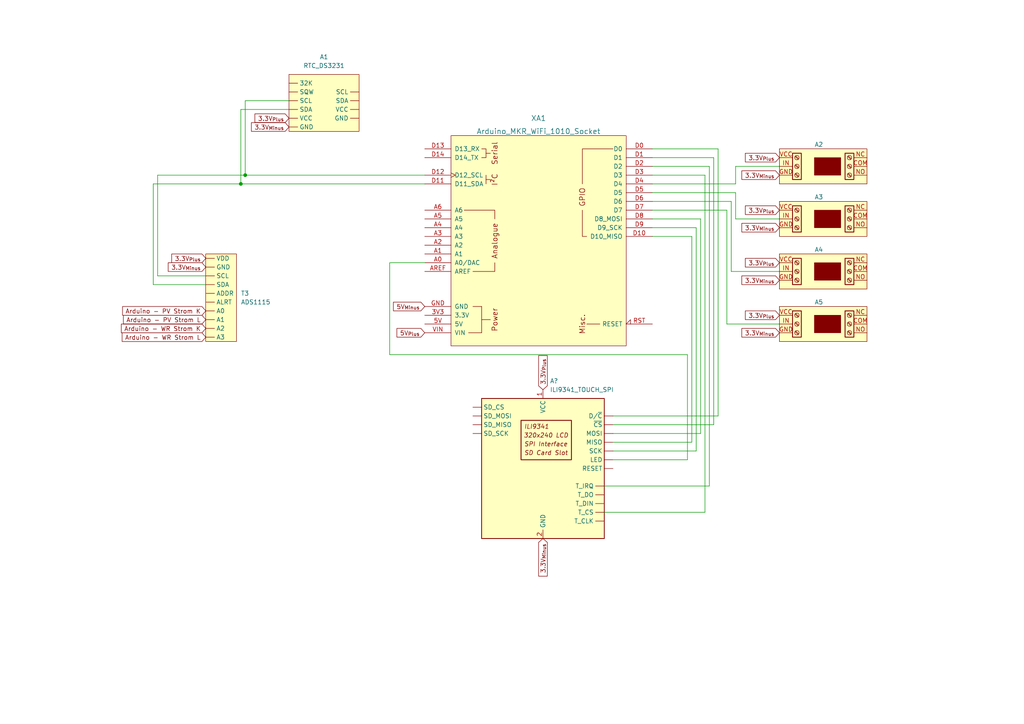
<source format=kicad_sch>
(kicad_sch (version 20211123) (generator eeschema)
  (paper "A4")
  (lib_symbols
    (symbol "AlexanderTonnLib:ADS1115"
      (property "Reference" "T" (at 0 0 0))
      (property "Value" "ADS1115" (at 0 0 0))
      (symbol "ADS1115_0_1"
        (rectangle (start 0 -1.27) (end 8.89 -26.67) (fill (type background)))
      )
      (symbol "ADS1115_1_1"
        (pin passive line (at 0 -17.78 0) (length 2.54) (name "A0") (number ""))
        (pin passive line (at 0 -20.32 0) (length 2.54) (name "A1") (number ""))
        (pin passive line (at 0 -22.86 0) (length 2.54) (name "A2") (number ""))
        (pin passive line (at 0 -25.4 0) (length 2.54) (name "A3") (number ""))
        (pin passive line (at 0 -12.7 0) (length 2.54) (name "ADDR") (number ""))
        (pin passive line (at 0 -15.24 0) (length 2.54) (name "ALRT") (number ""))
        (pin power_in line (at 0 -5.08 0) (length 2.54) (name "GND") (number ""))
        (pin bidirectional line (at 0 -7.62 0) (length 2.54) (name "SCL") (number ""))
        (pin bidirectional line (at 0 -10.16 0) (length 2.54) (name "SDA") (number ""))
        (pin power_in line (at 0 -2.54 0) (length 2.54) (name "VDD") (number ""))
      )
    )
    (symbol "AlexanderTonnLib:ILI9341_TOUCH_SPI"
      (property "Reference" "A" (at 0 -5.08 0))
      (property "Value" "ILI9341_TOUCH_SPI" (at 7.62 -7.62 0))
      (symbol "ILI9341_TOUCH_SPI_0_0"
        (text "320x240 LCD" (at 18.669 -20.828 0) (effects (font (size 1.27 1.27) italic)))
        (text "ILI9341" (at 12.319 -18.288 0) (effects (font (size 1.27 1.27) italic) (justify left)))
        (text "SD Card Slot" (at 12.319 -25.908 0) (effects (font (size 1.27 1.27) italic) (justify left)))
        (text "SPI Interface" (at 12.319 -23.368 0) (effects (font (size 1.27 1.27) italic) (justify left)))
      )
      (symbol "ILI9341_TOUCH_SPI_0_1"
        (rectangle (start 0 -10.16) (end 35.56 -50.8) (stroke (width 0.254)) (fill (type background)))
        (rectangle (start 11.43 -16.51) (end 26.035 -27.94) (stroke (width 0.254)))
      )
      (symbol "ILI9341_TOUCH_SPI_1_1"
        (pin input line (at 38.1 -15.24 180) (length 2.54) (name "D/~{C}") (number ""))
        (pin input line (at 38.1 -27.94 180) (length 2.54) (name "LED") (number ""))
        (pin output line (at 38.1 -22.86 180) (length 2.54) (name "MISO") (number ""))
        (pin input line (at 38.1 -20.32 180) (length 2.54) (name "MOSI") (number ""))
        (pin input line (at 38.1 -30.48 180) (length 2.54) (name "RESET") (number ""))
        (pin input line (at 38.1 -25.4 180) (length 2.54) (name "SCK") (number ""))
        (pin input line (at -2.54 -12.7 0) (length 2.54) (name "SD_CS") (number ""))
        (pin output line (at -2.54 -17.78 0) (length 2.54) (name "SD_MISO") (number ""))
        (pin input line (at -2.54 -15.24 0) (length 2.54) (name "SD_MOSI") (number ""))
        (pin input line (at -2.54 -20.32 0) (length 2.54) (name "SD_SCK") (number ""))
        (pin input line (at 35.56 -45.72 180) (length 2.54) (name "T_CLK") (number ""))
        (pin input line (at 35.56 -43.18 180) (length 2.54) (name "T_CS") (number ""))
        (pin input line (at 35.56 -40.64 180) (length 2.54) (name "T_DIN") (number ""))
        (pin input line (at 35.56 -38.1 180) (length 2.54) (name "T_DO") (number ""))
        (pin input line (at 35.56 -35.56 180) (length 2.54) (name "T_IRQ") (number ""))
        (pin input line (at 38.1 -17.78 180) (length 2.54) (name "~{CS}") (number ""))
        (pin power_in line (at 17.78 -7.62 270) (length 2.54) (name "VCC") (number "1"))
        (pin power_in line (at 17.78 -50.8 90) (length 2.54) (name "GND") (number "2"))
      )
    )
    (symbol "AlexanderTonnLib:RTC_DS3231"
      (property "Reference" "A" (at 0 1.27 0))
      (property "Value" "RTC_DS3231" (at 5.08 -1.27 0))
      (symbol "RTC_DS3231_0_0"
        (rectangle (start 0 -2.54) (end 20.32 -19.05) (fill (type background)))
        (text "" (at 3.81 -12.7 0) (effects (font (size 1.27 1.27))))
        (text "" (at 16.51 -15.24 0) (effects (font (size 1.27 1.27))))
      )
      (symbol "RTC_DS3231_1_1"
        (pin bidirectional line (at 0 -5.08 0) (length 2.54) (name "32K") (number ""))
        (pin power_in line (at 0 -17.78 0) (length 2.54) (name "GND") (number ""))
        (pin power_in line (at 20.32 -15.24 180) (length 2.54) (name "GND") (number ""))
        (pin bidirectional line (at 0 -10.16 0) (length 2.54) (name "SCL") (number ""))
        (pin bidirectional line (at 20.32 -7.62 180) (length 2.54) (name "SCL") (number ""))
        (pin bidirectional line (at 0 -12.7 0) (length 2.54) (name "SDA") (number ""))
        (pin bidirectional line (at 20.32 -10.16 180) (length 2.54) (name "SDA") (number ""))
        (pin bidirectional line (at 0 -7.62 0) (length 2.54) (name "SQW") (number ""))
        (pin power_in line (at 0 -15.24 0) (length 2.54) (name "VCC") (number ""))
        (pin power_in line (at 20.32 -12.7 180) (length 2.54) (name "VCC") (number ""))
      )
    )
    (symbol "AlexanderTonnLib:Relay_Module"
      (property "Reference" "A" (at 12.7 -2.54 0))
      (property "Value" "Relay_Module" (at 17.78 -5.08 0))
      (symbol "Relay_Module_0_1"
        (rectangle (start 0 -2.54) (end 10.16 -27.94) (fill (type background)))
        (rectangle (start 2.54 -12.7) (end 7.62 -20.32) (fill (type outline)))
      )
      (symbol "Relay_Module_1_1"
        (polyline (pts (xy 2.032 -23.2156) (xy 2.8702 -22.352)) (stroke (width 0.1524)))
        (polyline (pts (xy 2.2098 -23.3934) (xy 3.048 -22.5298)) (stroke (width 0.1524)))
        (polyline (pts (xy 2.8702 -7.0866) (xy 2.032 -7.9502)) (stroke (width 0.1524)))
        (polyline (pts (xy 3.048 -7.2644) (xy 2.2098 -8.128)) (stroke (width 0.1524)))
        (polyline (pts (xy 4.572 -23.2156) (xy 5.4102 -22.352)) (stroke (width 0.1524)))
        (polyline (pts (xy 4.7498 -23.3934) (xy 5.588 -22.5298)) (stroke (width 0.1524)))
        (polyline (pts (xy 5.4102 -7.0866) (xy 4.572 -7.9502)) (stroke (width 0.1524)))
        (polyline (pts (xy 5.588 -7.2644) (xy 4.7498 -8.128)) (stroke (width 0.1524)))
        (polyline (pts (xy 7.112 -23.2156) (xy 7.9502 -22.352)) (stroke (width 0.1524)))
        (polyline (pts (xy 7.2898 -23.3934) (xy 8.128 -22.5298)) (stroke (width 0.1524)))
        (polyline (pts (xy 7.9502 -7.0866) (xy 7.112 -7.9502)) (stroke (width 0.1524)))
        (polyline (pts (xy 8.128 -7.2644) (xy 7.2898 -8.128)) (stroke (width 0.1524)))
        (rectangle (start 1.27 -24.13) (end 8.89 -21.59) (stroke (width 0.254)) (fill (type background)))
        (circle (center 2.54 -22.86) (radius 0.635) (stroke (width 0.1524)))
        (circle (center 2.54 -7.62) (radius 0.635) (stroke (width 0.1524)))
        (circle (center 5.08 -22.86) (radius 0.635) (stroke (width 0.1524)))
        (circle (center 5.08 -7.62) (radius 0.635) (stroke (width 0.1524)))
        (circle (center 7.62 -22.86) (radius 0.635) (stroke (width 0.1524)))
        (circle (center 7.62 -7.62) (radius 0.635) (stroke (width 0.1524)))
        (rectangle (start 8.89 -6.35) (end 1.27 -8.89) (stroke (width 0.254)) (fill (type background)))
        (pin passive line (at 5.08 -27.94 90) (length 3.81) (name "") (number "COM"))
        (pin power_in line (at 2.54 -2.54 270) (length 3.81) (name "") (number "GND"))
        (pin input line (at 5.08 -2.54 270) (length 3.81) (name "") (number "IN"))
        (pin bidirectional line (at 7.62 -27.94 90) (length 3.81) (name "") (number "NC"))
        (pin bidirectional line (at 2.54 -27.94 90) (length 3.81) (name "") (number "NO"))
        (pin power_in line (at 7.62 -2.54 270) (length 3.81) (name "") (number "VCC"))
      )
    )
    (symbol "Arduino Lib:Arduino_MKR_WiFi_1010_Socket" (pin_names (offset 1.016))
      (property "Reference" "XA" (at 2.54 0 90))
      (property "Value" "Arduino_MKR_WiFi_1010_Socket" (at -2.54 0 90))
      (symbol "Arduino_MKR_WiFi_1010_Socket_0_0"
        (rectangle (start -25.4 30.48) (end 25.4 -30.48) (fill (type background)))
        (rectangle (start -20.32 -26.67) (end -16.51 -26.67))
        (rectangle (start -19.05 -19.05) (end -16.51 -19.05))
        (rectangle (start -16.51 -22.86) (end -13.97 -22.86))
        (polyline (pts (xy -16.51 -19.05) (xy -16.51 -26.67)))
        (polyline (pts (xy -15.24 25.4) (xy -13.97 25.4)))
        (polyline (pts (xy -12.7 -6.35) (xy -12.7 -8.89) (xy -19.05 -8.89)))
        (polyline (pts (xy -12.7 6.35) (xy -12.7 8.89) (xy -21.59 8.89)))
        (polyline (pts (xy 12.7 8.89) (xy 12.7 1.27) (xy 13.97 1.27)))
        (polyline (pts (xy 12.7 16.51) (xy 12.7 26.67) (xy 21.59 26.67)))
        (polyline (pts (xy -16.51 26.67) (xy -15.24 26.67) (xy -15.24 24.13) (xy -16.51 24.13)))
        (rectangle (start 13.97 -24.13) (end 17.78 -24.13))
        (text "Analogue" (at -12.7 0 900) (effects (font (size 1.524 1.524))))
        (text "I²C" (at -12.7 17.78 900) (effects (font (size 1.524 1.524))))
        (text "Misc." (at 12.7 -24.13 900) (effects (font (size 1.524 1.524))))
        (text "Power" (at -12.7 -22.86 900) (effects (font (size 1.524 1.524))))
        (text "Serial" (at -12.7 25.4 900) (effects (font (size 1.524 1.524))))
      )
      (symbol "Arduino_MKR_WiFi_1010_Socket_0_1"
        (polyline (pts (xy -15.24 16.51) (xy -15.24 19.05)))
        (polyline (pts (xy -15.24 17.78) (xy -13.97 17.78)))
      )
      (symbol "Arduino_MKR_WiFi_1010_Socket_1_0"
        (text "GPIO" (at 12.7 12.7 900) (effects (font (size 1.524 1.524))))
      )
      (symbol "Arduino_MKR_WiFi_1010_Socket_1_1"
        (pin power_in line (at -33.02 -21.59 0) (length 7.62) (name "3.3V") (number "3V3"))
        (pin power_in line (at -33.02 -24.13 0) (length 7.62) (name "5V") (number "5V"))
        (pin bidirectional line (at -33.02 -6.35 0) (length 7.62) (name "A0/DAC") (number "A0"))
        (pin bidirectional line (at -33.02 -3.81 0) (length 7.62) (name "A1") (number "A1"))
        (pin bidirectional line (at -33.02 -1.27 0) (length 7.62) (name "A2") (number "A2"))
        (pin bidirectional line (at -33.02 1.27 0) (length 7.62) (name "A3") (number "A3"))
        (pin bidirectional line (at -33.02 3.81 0) (length 7.62) (name "A4") (number "A4"))
        (pin bidirectional line (at -33.02 6.35 0) (length 7.62) (name "A5") (number "A5"))
        (pin bidirectional line (at -33.02 8.89 0) (length 7.62) (name "A6") (number "A6"))
        (pin input line (at -33.02 -8.89 0) (length 7.62) (name "AREF") (number "AREF"))
        (pin bidirectional line (at 33.02 26.67 180) (length 7.62) (name "D0") (number "D0"))
        (pin bidirectional line (at 33.02 24.13 180) (length 7.62) (name "D1") (number "D1"))
        (pin bidirectional line (at 33.02 1.27 180) (length 7.62) (name "D10_MISO") (number "D10"))
        (pin bidirectional line (at -33.02 16.51 0) (length 7.62) (name "D11_SDA") (number "D11"))
        (pin bidirectional clock (at -33.02 19.05 0) (length 7.62) (name "D12_SCL") (number "D12"))
        (pin bidirectional line (at -33.02 26.67 0) (length 7.62) (name "D13_RX") (number "D13"))
        (pin bidirectional line (at -33.02 24.13 0) (length 7.62) (name "D14_TX") (number "D14"))
        (pin bidirectional line (at 33.02 21.59 180) (length 7.62) (name "D2") (number "D2"))
        (pin bidirectional line (at 33.02 19.05 180) (length 7.62) (name "D3") (number "D3"))
        (pin bidirectional line (at 33.02 16.51 180) (length 7.62) (name "D4") (number "D4"))
        (pin bidirectional line (at 33.02 13.97 180) (length 7.62) (name "D5") (number "D5"))
        (pin bidirectional line (at 33.02 11.43 180) (length 7.62) (name "D6") (number "D6"))
        (pin bidirectional line (at 33.02 8.89 180) (length 7.62) (name "D7") (number "D7"))
        (pin bidirectional line (at 33.02 6.35 180) (length 7.62) (name "D8_MOSI") (number "D8"))
        (pin bidirectional line (at 33.02 3.81 180) (length 7.62) (name "D9_SCK") (number "D9"))
        (pin power_in line (at -33.02 -19.05 0) (length 7.62) (name "GND") (number "GND"))
        (pin open_collector input_low (at 33.02 -24.13 180) (length 7.62) (name "RESET") (number "RST"))
        (pin power_in line (at -33.02 -26.67 0) (length 7.62) (name "VIN") (number "VIN"))
      )
    )
  )
  (junction (at 69.85 53.34))
  (junction (at 71.12 50.8))
  (wire (pts (xy 213.36 53.34) (xy 189.23 53.34)))
  (wire (pts (xy 69.85 31.75) (xy 69.85 53.34)))
  (wire (pts (xy 69.85 53.34) (xy 123.19 53.34)))
  (wire (pts (xy 208.28 120.65) (xy 208.28 43.18)))
  (wire (pts (xy 113.03 76.2) (xy 113.03 102.87)))
  (wire (pts (xy 210.82 60.96) (xy 189.23 60.96)))
  (wire (pts (xy 204.47 50.8) (xy 189.23 50.8)))
  (wire (pts (xy 200.66 128.27) (xy 200.66 68.58)))
  (wire (pts (xy 45.72 80.01) (xy 45.72 50.8)))
  (wire (pts (xy 177.8 123.19) (xy 207.01 123.19)))
  (wire (pts (xy 213.36 48.26) (xy 213.36 53.34)))
  (wire (pts (xy 177.8 125.73) (xy 203.2 125.73)))
  (wire (pts (xy 177.8 128.27) (xy 200.66 128.27)))
  (wire (pts (xy 208.28 43.18) (xy 189.23 43.18)))
  (wire (pts (xy 175.26 140.97) (xy 205.74 140.97)))
  (wire (pts (xy 203.2 125.73) (xy 203.2 63.5)))
  (wire (pts (xy 123.19 50.8) (xy 71.12 50.8)))
  (wire (pts (xy 200.66 68.58) (xy 189.23 68.58)))
  (wire (pts (xy 205.74 140.97) (xy 205.74 48.26)))
  (wire (pts (xy 201.93 130.81) (xy 201.93 66.04)))
  (wire (pts (xy 45.72 50.8) (xy 71.12 50.8)))
  (wire (pts (xy 212.09 58.42) (xy 189.23 58.42)))
  (wire (pts (xy 210.82 93.98) (xy 210.82 60.96)))
  (wire (pts (xy 226.06 63.5) (xy 213.36 63.5)))
  (wire (pts (xy 177.8 130.81) (xy 201.93 130.81)))
  (wire (pts (xy 175.26 148.59) (xy 204.47 148.59)))
  (wire (pts (xy 71.12 29.21) (xy 83.82 29.21)))
  (wire (pts (xy 226.06 48.26) (xy 213.36 48.26)))
  (wire (pts (xy 44.45 53.34) (xy 69.85 53.34)))
  (wire (pts (xy 199.39 133.35) (xy 177.8 133.35)))
  (wire (pts (xy 207.01 123.19) (xy 207.01 45.72)))
  (wire (pts (xy 201.93 66.04) (xy 189.23 66.04)))
  (wire (pts (xy 207.01 45.72) (xy 189.23 45.72)))
  (wire (pts (xy 44.45 82.55) (xy 44.45 53.34)))
  (wire (pts (xy 123.19 76.2) (xy 113.03 76.2)))
  (wire (pts (xy 213.36 63.5) (xy 213.36 55.88)))
  (wire (pts (xy 83.82 31.75) (xy 69.85 31.75)))
  (wire (pts (xy 204.47 148.59) (xy 204.47 50.8)))
  (wire (pts (xy 59.69 82.55) (xy 44.45 82.55)))
  (wire (pts (xy 205.74 48.26) (xy 189.23 48.26)))
  (wire (pts (xy 213.36 55.88) (xy 189.23 55.88)))
  (wire (pts (xy 71.12 50.8) (xy 71.12 29.21)))
  (wire (pts (xy 113.03 102.87) (xy 199.39 102.87)))
  (wire (pts (xy 226.06 78.74) (xy 212.09 78.74)))
  (wire (pts (xy 212.09 78.74) (xy 212.09 58.42)))
  (wire (pts (xy 203.2 63.5) (xy 189.23 63.5)))
  (wire (pts (xy 226.06 93.98) (xy 210.82 93.98)))
  (wire (pts (xy 59.69 80.01) (xy 45.72 80.01)))
  (wire (pts (xy 199.39 102.87) (xy 199.39 133.35)))
  (wire (pts (xy 177.8 120.65) (xy 208.28 120.65)))
  (global_label "3.3V_{Plus}" (shape input) (at 226.06 60.96 180) (property "Intersheet References" "${INTERSHEET_REFS}" (effects hide)))
  (global_label "3.3V_{Plus}" (shape input) (at 226.06 91.44 180) (property "Intersheet References" "${INTERSHEET_REFS}" (effects hide)))
  (global_label "Arduino - WR Strom L" (shape input) (at 59.69 97.79 180) (property "Intersheet References" "${INTERSHEET_REFS}" (effects hide)))
  (global_label "3.3V_{Plus}" (shape input) (at 226.06 45.72 180) (property "Intersheet References" "${INTERSHEET_REFS}" (effects hide)))
  (global_label "Arduino - PV Strom L" (shape input) (at 59.69 92.71 180) (property "Intersheet References" "${INTERSHEET_REFS}" (effects hide)))
  (global_label "3.3V_{Minus}" (shape input) (at 59.69 77.47 180) (property "Intersheet References" "${INTERSHEET_REFS}" (effects hide)))
  (global_label "3.3V_{Minus}" (shape input) (at 226.06 50.8 180) (property "Intersheet References" "${INTERSHEET_REFS}" (effects hide)))
  (global_label "5V_{Minus}" (shape input) (at 123.19 88.9 180) (property "Intersheet References" "${INTERSHEET_REFS}" (effects hide)))
  (global_label "3.3V_{Minus}" (shape input) (at 83.82 36.83 180) (property "Intersheet References" "${INTERSHEET_REFS}" (effects hide)))
  (global_label "3.3V_{Plus}" (shape input) (at 157.48 113.03 90) (property "Intersheet References" "${INTERSHEET_REFS}" (effects hide)))
  (global_label "3.3V_{Minus}" (shape input) (at 157.48 156.21 270) (property "Intersheet References" "${INTERSHEET_REFS}" (effects hide)))
  (global_label "5V_{Plus}" (shape input) (at 123.19 96.52 180) (property "Intersheet References" "${INTERSHEET_REFS}" (effects hide)))
  (global_label "3.3V_{Minus}" (shape input) (at 226.06 96.52 180) (property "Intersheet References" "${INTERSHEET_REFS}" (effects hide)))
  (global_label "3.3V_{Minus}" (shape input) (at 226.06 66.04 180) (property "Intersheet References" "${INTERSHEET_REFS}" (effects hide)))
  (global_label "3.3V_{Plus}" (shape input) (at 59.69 74.93 180) (property "Intersheet References" "${INTERSHEET_REFS}" (effects hide)))
  (global_label "Arduino - PV Strom K" (shape input) (at 59.69 90.17 180) (property "Intersheet References" "${INTERSHEET_REFS}" (effects hide)))
  (global_label "3.3V_{Plus}" (shape input) (at 83.82 34.29 180) (property "Intersheet References" "${INTERSHEET_REFS}" (effects hide)))
  (global_label "Arduino - WR Strom K" (shape input) (at 59.69 95.25 180) (property "Intersheet References" "${INTERSHEET_REFS}" (effects hide)))
  (global_label "3.3V_{Minus}" (shape input) (at 226.06 81.28 180) (property "Intersheet References" "${INTERSHEET_REFS}" (effects hide)))
  (global_label "3.3V_{Plus}" (shape input) (at 226.06 76.2 180) (property "Intersheet References" "${INTERSHEET_REFS}" (effects hide)))
  (symbol (lib_id "Arduino Lib:Arduino_MKR_WiFi_1010_Socket") (at 156.21 69.85 0) (unit 1)
    (property "Reference" "XA1" (at 156.21 34.29 0) (effects (font (size 1.524 1.524))))
    (property "Value" "Arduino_MKR_WiFi_1010_Socket" (at 156.21 38.1 0) (effects (font (size 1.524 1.524))))
    (property "Footprint" "Arduino_Library:Arduino_MKR_WiFi_1010_Socket" (effects hide))
    (property "Datasheet" "https://docs.arduino.cc/hardware/mkr-wifi-1010" (effects hide))
  )
  (symbol (lib_id "AlexanderTonnLib:ADS1115") (at 59.69 72.39 0) (unit 1)
    (property "Reference" "T3" (at 69.85 85.0899 0) (effects (justify left)))
    (property "Value" "ADS1115" (at 69.85 87.6299 0) (effects (justify left)))
  )
  (symbol (lib_id "AlexanderTonnLib:ILI9341_TOUCH_SPI") (at 139.7 105.41 0) (unit 1)
    (property "Reference" "A?" (at 159.4994 110.49 0) (effects (justify left)))
    (property "Value" "ILI9341_TOUCH_SPI" (at 159.4994 113.03 0) (effects (justify left)))
  )
  (symbol (lib_id "AlexanderTonnLib:Relay_Module") (at 223.52 68.58 90) (unit 1)
    (property "Reference" "A3" (at 238.7599 57.15 90) (effects (justify left)))
    (property "Value" "Relay_Module" (effects hide))
  )
  (symbol (lib_id "AlexanderTonnLib:RTC_DS3231") (at 83.82 19.05 0) (unit 1)
    (property "Reference" "A1" (at 93.98 16.51 0))
    (property "Value" "RTC_DS3231" (at 93.98 19.05 0))
    (property "Datasheet" "https://circuitdigest.com/microcontroller-projects/interfacing-ds3231-rtc-with-arduino-and-diy-digital-clock" (effects hide))
  )
  (symbol (lib_id "AlexanderTonnLib:Relay_Module") (at 223.52 53.34 90) (unit 1)
    (property "Reference" "A2" (at 238.7599 41.91 90) (effects (justify left)))
    (property "Value" "Relay_Module" (effects hide))
  )
  (symbol (lib_id "AlexanderTonnLib:Relay_Module") (at 223.52 83.82 90) (unit 1)
    (property "Reference" "A4" (at 238.7599 72.39 90) (effects (justify left)))
    (property "Value" "Relay_Module" (effects hide))
  )
  (symbol (lib_id "AlexanderTonnLib:Relay_Module") (at 223.52 99.06 90) (unit 1)
    (property "Reference" "A5" (at 238.7599 87.63 90) (effects (justify left)))
    (property "Value" "Relay_Module" (effects hide))
  )
)
</source>
